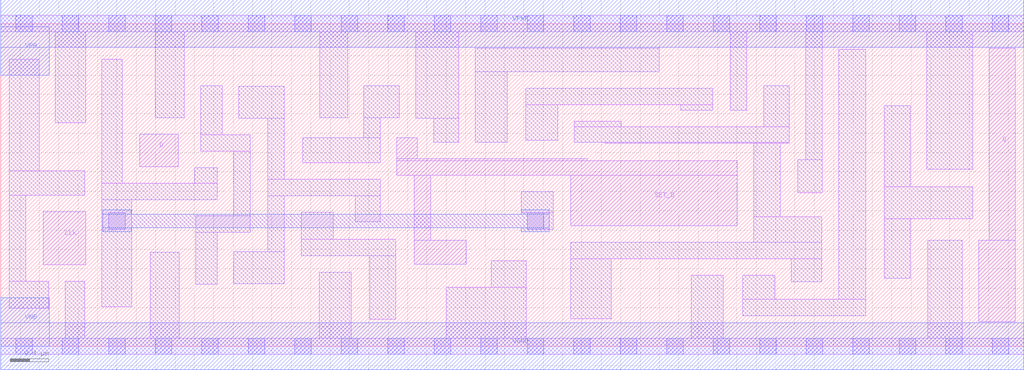
<source format=lef>
# Copyright 2020 The SkyWater PDK Authors
#
# Licensed under the Apache License, Version 2.0 (the "License");
# you may not use this file except in compliance with the License.
# You may obtain a copy of the License at
#
#     https://www.apache.org/licenses/LICENSE-2.0
#
# Unless required by applicable law or agreed to in writing, software
# distributed under the License is distributed on an "AS IS" BASIS,
# WITHOUT WARRANTIES OR CONDITIONS OF ANY KIND, either express or implied.
# See the License for the specific language governing permissions and
# limitations under the License.
#
# SPDX-License-Identifier: Apache-2.0

VERSION 5.5 ;
NAMESCASESENSITIVE ON ;
BUSBITCHARS "[]" ;
DIVIDERCHAR "/" ;
MACRO sky130_fd_sc_lp__dfstp_1
  CLASS CORE ;
  SOURCE USER ;
  ORIGIN  0.000000  0.000000 ;
  SIZE  10.56000 BY  3.330000 ;
  SYMMETRY X Y R90 ;
  SITE unit ;
  PIN D
    ANTENNAGATEAREA  0.126000 ;
    DIRECTION INPUT ;
    USE SIGNAL ;
    PORT
      LAYER li1 ;
        RECT 1.435000 1.855000 1.835000 2.190000 ;
    END
  END D
  PIN Q
    ANTENNADIFFAREA  0.556500 ;
    DIRECTION OUTPUT ;
    USE SIGNAL ;
    PORT
      LAYER li1 ;
        RECT 10.095000 0.255000 10.475000 1.095000 ;
        RECT 10.205000 1.095000 10.475000 3.075000 ;
    END
  END Q
  PIN SET_B
    ANTENNAGATEAREA  0.252000 ;
    DIRECTION INPUT ;
    USE SIGNAL ;
    PORT
      LAYER li1 ;
        RECT 4.090000 1.765000 7.605000 1.915000 ;
        RECT 4.090000 1.915000 6.055000 1.935000 ;
        RECT 4.090000 1.935000 4.300000 2.155000 ;
        RECT 4.270000 0.845000 4.805000 1.095000 ;
        RECT 4.270000 1.095000 4.440000 1.765000 ;
        RECT 5.885000 1.245000 7.605000 1.765000 ;
    END
  END SET_B
  PIN CLK
    ANTENNAGATEAREA  0.159000 ;
    DIRECTION INPUT ;
    USE CLOCK ;
    PORT
      LAYER li1 ;
        RECT 0.440000 0.840000 0.875000 1.390000 ;
    END
  END CLK
  PIN VGND
    DIRECTION INOUT ;
    USE GROUND ;
    PORT
      LAYER met1 ;
        RECT 0.000000 -0.245000 10.560000 0.245000 ;
    END
  END VGND
  PIN VNB
    DIRECTION INOUT ;
    USE GROUND ;
    PORT
    END
  END VNB
  PIN VPB
    DIRECTION INOUT ;
    USE POWER ;
    PORT
    END
  END VPB
  PIN VNB
    DIRECTION INOUT ;
    USE GROUND ;
    PORT
      LAYER met1 ;
        RECT 0.000000 0.000000 0.500000 0.500000 ;
    END
  END VNB
  PIN VPB
    DIRECTION INOUT ;
    USE POWER ;
    PORT
      LAYER met1 ;
        RECT 0.000000 2.800000 0.500000 3.300000 ;
    END
  END VPB
  PIN VPWR
    DIRECTION INOUT ;
    USE POWER ;
    PORT
      LAYER met1 ;
        RECT 0.000000 3.085000 10.560000 3.575000 ;
    END
  END VPWR
  OBS
    LAYER li1 ;
      RECT 0.000000 -0.085000 10.560000 0.085000 ;
      RECT 0.000000  3.245000 10.560000 3.415000 ;
      RECT 0.090000  0.390000  0.495000 0.670000 ;
      RECT 0.090000  0.670000  0.260000 1.560000 ;
      RECT 0.090000  1.560000  0.865000 1.810000 ;
      RECT 0.090000  1.810000  0.395000 2.965000 ;
      RECT 0.565000  2.305000  0.875000 3.245000 ;
      RECT 0.665000  0.085000  0.865000 0.670000 ;
      RECT 1.045000  0.410000  1.355000 1.515000 ;
      RECT 1.045000  1.515000  2.235000 1.685000 ;
      RECT 1.045000  1.685000  1.255000 2.965000 ;
      RECT 1.545000  0.085000  1.845000 0.970000 ;
      RECT 1.595000  2.360000  1.895000 3.245000 ;
      RECT 2.005000  1.685000  2.235000 1.845000 ;
      RECT 2.015000  0.640000  2.235000 1.175000 ;
      RECT 2.015000  1.175000  2.575000 1.345000 ;
      RECT 2.065000  2.015000  2.575000 2.185000 ;
      RECT 2.065000  2.185000  2.285000 2.690000 ;
      RECT 2.405000  0.645000  2.925000 0.975000 ;
      RECT 2.405000  1.345000  2.575000 2.015000 ;
      RECT 2.455000  2.355000  2.925000 2.685000 ;
      RECT 2.755000  0.975000  2.925000 1.555000 ;
      RECT 2.755000  1.555000  3.920000 1.725000 ;
      RECT 2.755000  1.725000  2.925000 2.355000 ;
      RECT 3.105000  0.935000  4.080000 1.105000 ;
      RECT 3.105000  1.105000  3.435000 1.385000 ;
      RECT 3.120000  1.895000  3.920000 2.155000 ;
      RECT 3.290000  0.085000  3.620000 0.765000 ;
      RECT 3.295000  2.360000  3.580000 3.245000 ;
      RECT 3.660000  1.285000  3.920000 1.555000 ;
      RECT 3.750000  2.155000  3.920000 2.360000 ;
      RECT 3.750000  2.360000  4.115000 2.690000 ;
      RECT 3.810000  0.280000  4.080000 0.935000 ;
      RECT 4.285000  2.355000  4.730000 3.245000 ;
      RECT 4.470000  2.105000  4.730000 2.355000 ;
      RECT 4.600000  0.085000  5.425000 0.610000 ;
      RECT 4.900000  2.105000  5.230000 2.835000 ;
      RECT 4.900000  2.835000  6.800000 3.075000 ;
      RECT 5.065000  0.610000  5.425000 0.885000 ;
      RECT 5.375000  1.380000  5.705000 1.595000 ;
      RECT 5.420000  2.125000  5.750000 2.495000 ;
      RECT 5.420000  2.495000  7.350000 2.665000 ;
      RECT 5.435000  1.210000  5.705000 1.380000 ;
      RECT 5.885000  0.285000  6.305000 0.905000 ;
      RECT 5.885000  0.905000  8.475000 1.075000 ;
      RECT 5.920000  2.105000  8.140000 2.265000 ;
      RECT 5.920000  2.265000  6.405000 2.325000 ;
      RECT 6.235000  2.095000  8.140000 2.105000 ;
      RECT 7.020000  2.435000  7.350000 2.495000 ;
      RECT 7.130000  0.085000  7.460000 0.735000 ;
      RECT 7.530000  2.435000  7.700000 3.245000 ;
      RECT 7.660000  0.315000  8.930000 0.485000 ;
      RECT 7.660000  0.485000  7.990000 0.735000 ;
      RECT 7.775000  1.075000  8.475000 1.335000 ;
      RECT 7.775000  1.335000  8.050000 2.095000 ;
      RECT 7.880000  2.265000  8.140000 2.690000 ;
      RECT 8.160000  0.665000  8.475000 0.905000 ;
      RECT 8.230000  1.585000  8.480000 1.925000 ;
      RECT 8.310000  1.925000  8.480000 3.245000 ;
      RECT 8.650000  0.485000  8.930000 3.065000 ;
      RECT 9.120000  0.700000  9.390000 1.315000 ;
      RECT 9.120000  1.315000 10.035000 1.645000 ;
      RECT 9.120000  1.645000  9.390000 2.485000 ;
      RECT 9.560000  1.825000 10.035000 3.245000 ;
      RECT 9.570000  0.085000  9.925000 1.095000 ;
    LAYER mcon ;
      RECT  0.155000 -0.085000  0.325000 0.085000 ;
      RECT  0.155000  3.245000  0.325000 3.415000 ;
      RECT  0.635000 -0.085000  0.805000 0.085000 ;
      RECT  0.635000  3.245000  0.805000 3.415000 ;
      RECT  1.115000 -0.085000  1.285000 0.085000 ;
      RECT  1.115000  1.210000  1.285000 1.380000 ;
      RECT  1.115000  3.245000  1.285000 3.415000 ;
      RECT  1.595000 -0.085000  1.765000 0.085000 ;
      RECT  1.595000  3.245000  1.765000 3.415000 ;
      RECT  2.075000 -0.085000  2.245000 0.085000 ;
      RECT  2.075000  3.245000  2.245000 3.415000 ;
      RECT  2.555000 -0.085000  2.725000 0.085000 ;
      RECT  2.555000  3.245000  2.725000 3.415000 ;
      RECT  3.035000 -0.085000  3.205000 0.085000 ;
      RECT  3.035000  3.245000  3.205000 3.415000 ;
      RECT  3.515000 -0.085000  3.685000 0.085000 ;
      RECT  3.515000  3.245000  3.685000 3.415000 ;
      RECT  3.995000 -0.085000  4.165000 0.085000 ;
      RECT  3.995000  3.245000  4.165000 3.415000 ;
      RECT  4.475000 -0.085000  4.645000 0.085000 ;
      RECT  4.475000  3.245000  4.645000 3.415000 ;
      RECT  4.955000 -0.085000  5.125000 0.085000 ;
      RECT  4.955000  3.245000  5.125000 3.415000 ;
      RECT  5.435000 -0.085000  5.605000 0.085000 ;
      RECT  5.435000  1.210000  5.605000 1.380000 ;
      RECT  5.435000  3.245000  5.605000 3.415000 ;
      RECT  5.915000 -0.085000  6.085000 0.085000 ;
      RECT  5.915000  3.245000  6.085000 3.415000 ;
      RECT  6.395000 -0.085000  6.565000 0.085000 ;
      RECT  6.395000  3.245000  6.565000 3.415000 ;
      RECT  6.875000 -0.085000  7.045000 0.085000 ;
      RECT  6.875000  3.245000  7.045000 3.415000 ;
      RECT  7.355000 -0.085000  7.525000 0.085000 ;
      RECT  7.355000  3.245000  7.525000 3.415000 ;
      RECT  7.835000 -0.085000  8.005000 0.085000 ;
      RECT  7.835000  3.245000  8.005000 3.415000 ;
      RECT  8.315000 -0.085000  8.485000 0.085000 ;
      RECT  8.315000  3.245000  8.485000 3.415000 ;
      RECT  8.795000 -0.085000  8.965000 0.085000 ;
      RECT  8.795000  3.245000  8.965000 3.415000 ;
      RECT  9.275000 -0.085000  9.445000 0.085000 ;
      RECT  9.275000  3.245000  9.445000 3.415000 ;
      RECT  9.755000 -0.085000  9.925000 0.085000 ;
      RECT  9.755000  3.245000  9.925000 3.415000 ;
      RECT 10.235000 -0.085000 10.405000 0.085000 ;
      RECT 10.235000  3.245000 10.405000 3.415000 ;
    LAYER met1 ;
      RECT 1.055000 1.180000 1.345000 1.225000 ;
      RECT 1.055000 1.225000 5.665000 1.365000 ;
      RECT 1.055000 1.365000 1.345000 1.410000 ;
      RECT 5.375000 1.180000 5.665000 1.225000 ;
      RECT 5.375000 1.365000 5.665000 1.410000 ;
  END
END sky130_fd_sc_lp__dfstp_1
END LIBRARY

</source>
